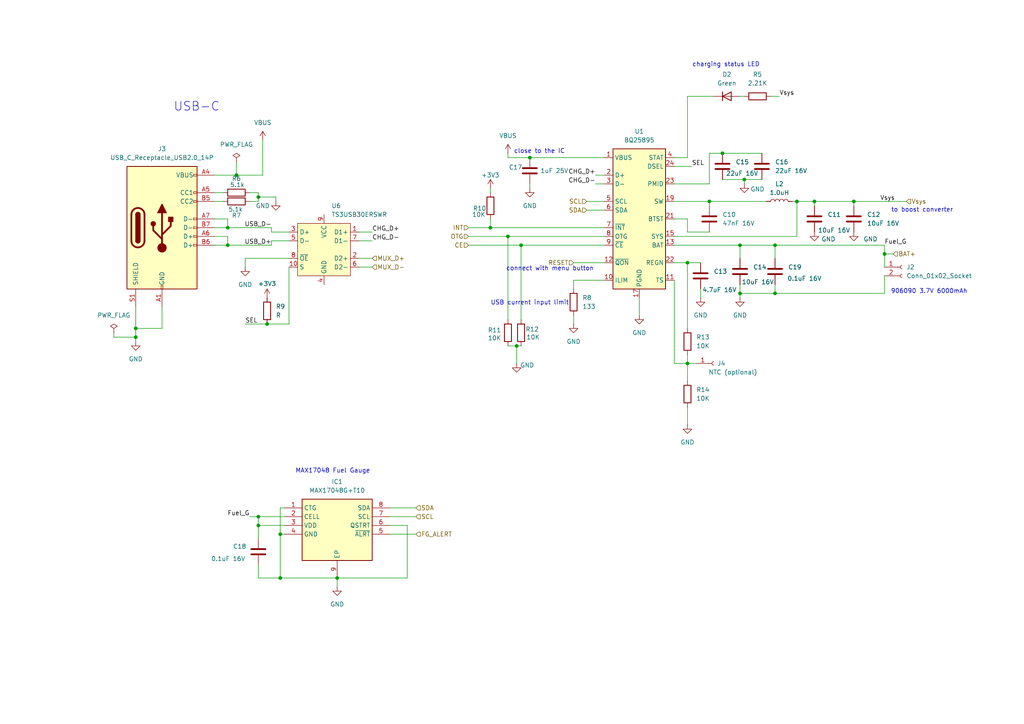
<source format=kicad_sch>
(kicad_sch (version 20250114) (generator "eeschema") (generator_version "9.0")
  (paper "A4")
  (lib_symbols
    (symbol "Battery_Management:BQ25895RTW"
      (property "Reference" "U" (at -6.604 21.844 0))
      (property "Value" "BQ25895RTW" (at 3.556 21.844 0))
      (symbol "BQ25895RTW_0_1"
        (rectangle (start -7.62 20.32) (end 7.62 -20.32) (stroke (width 0.254)) (fill (type background)))
      )
      (symbol "BQ25895RTW_1_1"
        (pin power_in line (at -10.16 17.78 0) (length 2.54) (name "VBUS") (number "1"))
        (pin bidirectional line (at -10.16 12.7 0) (length 2.54) (name "D+") (number "2"))
        (pin bidirectional line (at -10.16 10.16 0) (length 2.54) (name "D-") (number "3"))
        (pin input line (at -10.16 5.08 0) (length 2.54) (name "SCL") (number "5"))
        (pin bidirectional line (at -10.16 2.54 0) (length 2.54) (name "SDA") (number "6"))
        (pin open_collector line (at -10.16 -2.54 0) (length 2.54) (name "~{INT}") (number "7"))
        (pin input line (at -10.16 -5.08 0) (length 2.54) (name "OTG") (number "8"))
        (pin input line (at -10.16 -7.62 0) (length 2.54) (name "~{CE}") (number "9"))
        (pin input line (at -10.16 -12.7 0) (length 2.54) (name "~{QON}") (number "12"))
        (pin passive line (at -10.16 -17.78 0) (length 2.54) (name "ILIM") (number "10"))
        (pin power_in line (at 0 -22.86 90) (length 2.54) (name "PGND") (number "17"))
        (pin passive line (at 0 -22.86 90) (length 2.54) (hide yes) (name "PGND") (number "18"))
        (pin passive line (at 0 -22.86 90) (length 2.54) (hide yes) (name "PGND") (number "25"))
        (pin open_collector line (at 10.16 17.78 180) (length 2.54) (name "STAT") (number "4"))
        (pin open_collector line (at 10.16 15.24 180) (length 2.54) (name "DSEL") (number "24"))
        (pin power_out line (at 10.16 10.16 180) (length 2.54) (name "PMID") (number "23"))
        (pin power_out line (at 10.16 5.08 180) (length 2.54) (name "SW") (number "19"))
        (pin passive line (at 10.16 5.08 180) (length 2.54) (hide yes) (name "SW") (number "20"))
        (pin passive line (at 10.16 0 180) (length 2.54) (name "BTST") (number "21"))
        (pin passive line (at 10.16 -5.08 180) (length 2.54) (name "SYS") (number "15"))
        (pin passive line (at 10.16 -5.08 180) (length 2.54) (hide yes) (name "SYS") (number "16"))
        (pin passive line (at 10.16 -7.62 180) (length 2.54) (name "BAT") (number "13"))
        (pin passive line (at 10.16 -7.62 180) (length 2.54) (hide yes) (name "BAT") (number "14"))
        (pin power_out line (at 10.16 -12.7 180) (length 2.54) (name "REGN") (number "22"))
        (pin passive line (at 10.16 -17.78 180) (length 2.54) (name "TS") (number "11"))
      )
    )
    (symbol "Connector:Conn_01x01_Socket" (pin_names (offset 1.016) (hide yes))
      (property "Reference" "J" (at 0 2.54 0))
      (property "Value" "Conn_01x01_Socket" (at 0 -2.54 0))
      (symbol "Conn_01x01_Socket_1_1"
        (polyline (pts (xy -1.27 0) (xy -0.508 0)) (stroke (width 0.1524)))
        (arc (start 0 -0.508) (mid -0.5058 0) (end 0 0.508) (stroke (width 0.1524)))
        (pin passive line (at -5.08 0 0) (length 3.81) (name "Pin_1") (number "1"))
      )
    )
    (symbol "Connector:Conn_01x02_Socket" (pin_names (offset 1.016) (hide yes))
      (property "Reference" "J" (at 0 2.54 0))
      (property "Value" "Conn_01x02_Socket" (at 0 -5.08 0))
      (symbol "Conn_01x02_Socket_1_1"
        (polyline (pts (xy -1.27 0) (xy -0.508 0)) (stroke (width 0.1524)))
        (polyline (pts (xy -1.27 -2.54) (xy -0.508 -2.54)) (stroke (width 0.1524)))
        (arc (start 0 -0.508) (mid -0.5058 0) (end 0 0.508) (stroke (width 0.1524)))
        (arc (start 0 -3.048) (mid -0.5058 -2.54) (end 0 -2.032) (stroke (width 0.1524)))
        (pin passive line (at -5.08 0 0) (length 3.81) (name "Pin_1") (number "1"))
        (pin passive line (at -5.08 -2.54 0) (length 3.81) (name "Pin_2") (number "2"))
      )
    )
    (symbol "Connector:USB_C_Receptacle_USB2.0_14P" (pin_names (offset 1.016))
      (property "Reference" "J" (at 0 22.225 0))
      (property "Value" "USB_C_Receptacle_USB2.0_14P" (at 0 19.685 0))
      (symbol "USB_C_Receptacle_USB2.0_14P_0_0"
        (rectangle (start -0.254 -17.78) (end 0.254 -16.764))
        (rectangle (start 10.16 15.494) (end 9.144 14.986))
        (rectangle (start 10.16 10.414) (end 9.144 9.906))
        (rectangle (start 10.16 7.874) (end 9.144 7.366))
        (rectangle (start 10.16 2.794) (end 9.144 2.286))
        (rectangle (start 10.16 0.254) (end 9.144 -0.254))
        (rectangle (start 10.16 -2.286) (end 9.144 -2.794))
        (rectangle (start 10.16 -4.826) (end 9.144 -5.334))
      )
      (symbol "USB_C_Receptacle_USB2.0_14P_0_1"
        (rectangle (start -10.16 17.78) (end 10.16 -17.78) (stroke (width 0.254)) (fill (type background)))
        (polyline (pts (xy -8.89 -3.81) (xy -8.89 3.81)) (stroke (width 0.508)))
        (rectangle (start -7.62 -3.81) (end -6.35 3.81) (stroke (width 0.254)) (fill (type outline)))
        (arc (start -7.62 3.81) (mid -6.985 4.4423) (end -6.35 3.81) (stroke (width 0.254)))
        (arc (start -7.62 3.81) (mid -6.985 4.4423) (end -6.35 3.81) (stroke (width 0.254)) (fill (type outline)))
        (arc (start -8.89 3.81) (mid -6.985 5.7067) (end -5.08 3.81) (stroke (width 0.508)))
        (arc (start -5.08 -3.81) (mid -6.985 -5.7067) (end -8.89 -3.81) (stroke (width 0.508)))
        (arc (start -6.35 -3.81) (mid -6.985 -4.4423) (end -7.62 -3.81) (stroke (width 0.254)))
        (arc (start -6.35 -3.81) (mid -6.985 -4.4423) (end -7.62 -3.81) (stroke (width 0.254)) (fill (type outline)))
        (polyline (pts (xy -5.08 3.81) (xy -5.08 -3.81)) (stroke (width 0.508)))
        (circle (center -2.54 1.143) (radius 0.635) (stroke (width 0.254)) (fill (type outline)))
        (polyline (pts (xy -1.27 4.318) (xy 0 6.858) (xy 1.27 4.318) (xy -1.27 4.318)) (stroke (width 0.254)) (fill (type outline)))
        (polyline (pts (xy 0 -2.032) (xy 2.54 0.508) (xy 2.54 1.778)) (stroke (width 0.508)))
        (polyline (pts (xy 0 -3.302) (xy -2.54 -0.762) (xy -2.54 0.508)) (stroke (width 0.508)))
        (polyline (pts (xy 0 -5.842) (xy 0 4.318)) (stroke (width 0.508)))
        (circle (center 0 -5.842) (radius 1.27) (fill (type outline)))
        (rectangle (start 1.905 1.778) (end 3.175 3.048) (stroke (width 0.254)) (fill (type outline)))
      )
      (symbol "USB_C_Receptacle_USB2.0_14P_1_1"
        (pin passive line (at -7.62 -22.86 90) (length 5.08) (name "SHIELD") (number "S1"))
        (pin passive line (at 0 -22.86 90) (length 5.08) (name "GND") (number "A1"))
        (pin passive line (at 0 -22.86 90) (length 5.08) (hide yes) (name "GND") (number "A12"))
        (pin passive line (at 0 -22.86 90) (length 5.08) (hide yes) (name "GND") (number "B1"))
        (pin passive line (at 0 -22.86 90) (length 5.08) (hide yes) (name "GND") (number "B12"))
        (pin passive line (at 15.24 15.24 180) (length 5.08) (name "VBUS") (number "A4"))
        (pin passive line (at 15.24 15.24 180) (length 5.08) (hide yes) (name "VBUS") (number "A9"))
        (pin passive line (at 15.24 15.24 180) (length 5.08) (hide yes) (name "VBUS") (number "B4"))
        (pin passive line (at 15.24 15.24 180) (length 5.08) (hide yes) (name "VBUS") (number "B9"))
        (pin bidirectional line (at 15.24 10.16 180) (length 5.08) (name "CC1") (number "A5"))
        (pin bidirectional line (at 15.24 7.62 180) (length 5.08) (name "CC2") (number "B5"))
        (pin bidirectional line (at 15.24 2.54 180) (length 5.08) (name "D-") (number "A7"))
        (pin bidirectional line (at 15.24 0 180) (length 5.08) (name "D-") (number "B7"))
        (pin bidirectional line (at 15.24 -2.54 180) (length 5.08) (name "D+") (number "A6"))
        (pin bidirectional line (at 15.24 -5.08 180) (length 5.08) (name "D+") (number "B6"))
      )
    )
    (symbol "Device:C" (pin_numbers (hide yes)) (pin_names (offset 0.254))
      (property "Reference" "C" (at 0.635 2.54 0))
      (property "Value" "C" (at 0.635 -2.54 0))
      (symbol "C_0_1"
        (polyline (pts (xy -2.032 0.762) (xy 2.032 0.762)) (stroke (width 0.508)))
        (polyline (pts (xy -2.032 -0.762) (xy 2.032 -0.762)) (stroke (width 0.508)))
      )
      (symbol "C_1_1"
        (pin passive line (at 0 3.81 270) (length 2.794) (name "~") (number "1"))
        (pin passive line (at 0 -3.81 90) (length 2.794) (name "~") (number "2"))
      )
    )
    (symbol "Device:D" (pin_numbers (hide yes)) (pin_names (offset 1.016) (hide yes))
      (property "Reference" "D" (at 0 2.54 0))
      (property "Value" "D" (at 0 -2.54 0))
      (symbol "D_0_1"
        (polyline (pts (xy -1.27 1.27) (xy -1.27 -1.27)) (stroke (width 0.254)))
        (polyline (pts (xy 1.27 1.27) (xy 1.27 -1.27) (xy -1.27 0) (xy 1.27 1.27)) (stroke (width 0.254)))
        (polyline (pts (xy 1.27 0) (xy -1.27 0)))
      )
      (symbol "D_1_1"
        (pin passive line (at -3.81 0 0) (length 2.54) (name "K") (number "1"))
        (pin passive line (at 3.81 0 180) (length 2.54) (name "A") (number "2"))
      )
    )
    (symbol "Device:L" (pin_numbers (hide yes)) (pin_names (offset 1.016) (hide yes))
      (property "Reference" "L" (at -1.27 0 90))
      (property "Value" "L" (at 1.905 0 90))
      (symbol "L_0_1"
        (arc (start 0 2.54) (mid 0.6323 1.905) (end 0 1.27))
        (arc (start 0 1.27) (mid 0.6323 0.635) (end 0 0))
        (arc (start 0 0) (mid 0.6323 -0.635) (end 0 -1.27))
        (arc (start 0 -1.27) (mid 0.6323 -1.905) (end 0 -2.54))
      )
      (symbol "L_1_1"
        (pin passive line (at 0 3.81 270) (length 1.27) (name "1") (number "1"))
        (pin passive line (at 0 -3.81 90) (length 1.27) (name "2") (number "2"))
      )
    )
    (symbol "Device:R" (pin_numbers (hide yes)) (pin_names (offset 0))
      (property "Reference" "R" (at 2.032 0 90))
      (property "Value" "R" (at 0 0 90))
      (symbol "R_0_1"
        (rectangle (start -1.016 -2.54) (end 1.016 2.54) (stroke (width 0.254)))
      )
      (symbol "R_1_1"
        (pin passive line (at 0 3.81 270) (length 1.27) (name "~") (number "1"))
        (pin passive line (at 0 -3.81 90) (length 1.27) (name "~") (number "2"))
      )
    )
    (symbol "Interface_USB:TS3USB30ERSWR"
      (property "Reference" "U" (at -6.35 8.89 0))
      (property "Value" "TS3USB30ERSWR" (at 8.89 8.89 0))
      (symbol "TS3USB30ERSWR_1_1"
        (rectangle (start -7.62 7.62) (end 7.62 -7.62) (fill (type background)))
        (pin bidirectional line (at -10.16 5.08 0) (length 2.54) (name "D+") (number "3"))
        (pin bidirectional line (at -10.16 2.54 0) (length 2.54) (name "D-") (number "5"))
        (pin input line (at -10.16 -2.54 0) (length 2.54) (name "~{OE}") (number "8"))
        (pin input line (at -10.16 -5.08 0) (length 2.54) (name "S") (number "10"))
        (pin power_in line (at 0 10.16 270) (length 2.54) (name "VCC") (number "9"))
        (pin power_in line (at 0 -10.16 90) (length 2.54) (name "GND") (number "4"))
        (pin bidirectional line (at 10.16 5.08 180) (length 2.54) (name "D1+") (number "1"))
        (pin bidirectional line (at 10.16 2.54 180) (length 2.54) (name "D1-") (number "7"))
        (pin bidirectional line (at 10.16 -2.54 180) (length 2.54) (name "D2+") (number "2"))
        (pin bidirectional line (at 10.16 -5.08 180) (length 2.54) (name "D2-") (number "6"))
      )
    )
    (symbol "MAX17048G+T10:MAX17048G+T10"
      (property "Reference" "IC" (at 26.67 7.62 0))
      (property "Value" "MAX17048G+T10" (at 26.67 5.08 0))
      (symbol "MAX17048G+T10_1_1"
        (rectangle (start 5.08 2.54) (end 25.4 -15.24) (stroke (width 0.254)) (fill (type background)))
        (pin passive line (at 0 0 0) (length 5.08) (name "CTG") (number "1"))
        (pin passive line (at 0 -2.54 0) (length 5.08) (name "CELL") (number "2"))
        (pin passive line (at 0 -5.08 0) (length 5.08) (name "VDD") (number "3"))
        (pin passive line (at 0 -7.62 0) (length 5.08) (name "GND") (number "4"))
        (pin passive line (at 15.24 -20.32 90) (length 5.08) (name "EP") (number "9"))
        (pin passive line (at 30.48 0 180) (length 5.08) (name "SDA") (number "8"))
        (pin passive line (at 30.48 -2.54 180) (length 5.08) (name "SCL") (number "7"))
        (pin passive line (at 30.48 -5.08 180) (length 5.08) (name "QSTRT") (number "6"))
        (pin passive line (at 30.48 -7.62 180) (length 5.08) (name "~{ALRT}") (number "5"))
      )
    )
    (symbol "MCU_RaspberryPi_RP2350:R" (pin_numbers (hide yes)) (pin_names (offset 0))
      (property "Reference" "R" (at 2.032 0 90))
      (property "Value" "R" (at 0 0 90))
      (symbol "R_0_1"
        (rectangle (start -1.016 -2.54) (end 1.016 2.54) (stroke (width 0.254)))
      )
      (symbol "R_1_1"
        (pin passive line (at 0 3.81 270) (length 1.27) (name "~") (number "1"))
        (pin passive line (at 0 -3.81 90) (length 1.27) (name "~") (number "2"))
      )
    )
    (symbol "power:+3V3" (power) (pin_numbers (hide yes)) (pin_names (offset 0) (hide yes))
      (property "Value" "+3V3" (at 0 3.556 0))
      (symbol "+3V3_0_1"
        (polyline (pts (xy -0.762 1.27) (xy 0 2.54)))
        (polyline (pts (xy 0 2.54) (xy 0.762 1.27)))
        (polyline (pts (xy 0 0) (xy 0 2.54)))
      )
      (symbol "+3V3_1_1"
        (pin power_in line (at 0 0 90) (length 0) (name "~") (number "1"))
      )
    )
    (symbol "power:GND" (power) (pin_numbers (hide yes)) (pin_names (offset 0) (hide yes))
      (property "Value" "GND" (at 0 -3.81 0))
      (symbol "GND_0_1"
        (polyline (pts (xy 0 0) (xy 0 -1.27) (xy 1.27 -1.27) (xy 0 -2.54) (xy -1.27 -1.27) (xy 0 -1.27)))
      )
      (symbol "GND_1_1"
        (pin power_in line (at 0 0 270) (length 0) (name "~") (number "1"))
      )
    )
    (symbol "power:PWR_FLAG" (power) (pin_numbers (hide yes)) (pin_names (offset 0) (hide yes))
      (property "Value" "PWR_FLAG" (at 0 3.81 0))
      (symbol "PWR_FLAG_0_0"
        (pin power_out line (at 0 0 90) (length 0) (name "~") (number "1"))
      )
      (symbol "PWR_FLAG_0_1"
        (polyline (pts (xy 0 0) (xy 0 1.27) (xy -1.016 1.905) (xy 0 2.54) (xy 1.016 1.905) (xy 0 1.27)))
      )
    )
    (symbol "power:VBUS" (power) (pin_names (offset 0))
      (property "Value" "VBUS" (at 0 3.81 0))
      (symbol "VBUS_0_1"
        (polyline (pts (xy -0.762 1.27) (xy 0 2.54)))
        (polyline (pts (xy 0 2.54) (xy 0.762 1.27)))
        (polyline (pts (xy 0 0) (xy 0 2.54)))
      )
      (symbol "VBUS_1_1"
        (pin power_in line (at 0 0 90) (length 0) (hide yes) (name "VBUS") (number "1"))
      )
    )
  )
  (text "charging status LED" (at 210.566 18.796 0) (effects (font (size 1.27 1.27))))
  (text "connect with menu button" (at 159.512 77.978 0) (effects (font (size 1.27 1.27))))
  (text "close to the IC" (at 156.464 43.942 0) (effects (font (size 1.27 1.27))))
  (text "USB current input limit" (at 153.67 87.884 0) (effects (font (size 1.27 1.27))))
  (text "MAX17048 Fuel Gauge" (at 96.52 136.652 0) (effects (font (size 1.27 1.27))))
  (text "906090 3.7V 6000mAh" (at 269.494 84.582 0) (effects (font (size 1.27 1.27))))
  (text "to boost converter" (at 267.462 60.96 0) (effects (font (size 1.27 1.27))))
  (text "USB-C" (at 50.292 32.512 0) (effects (font (size 2.54 2.54)) (justify left bottom)))
  (junction (at 81.28 167.64))
  (junction (at 74.93 57.15))
  (junction (at 236.22 58.42))
  (junction (at 214.63 71.12))
  (junction (at 39.37 97.79))
  (junction (at 74.93 149.86))
  (junction (at 81.28 154.94))
  (junction (at 66.04 66.04))
  (junction (at 147.32 68.58))
  (junction (at 214.63 85.09))
  (junction (at 153.67 45.72))
  (junction (at 97.79 167.64))
  (junction (at 199.39 105.41))
  (junction (at 209.55 44.45))
  (junction (at 39.37 95.25))
  (junction (at 149.86 100.33))
  (junction (at 68.58 50.8))
  (junction (at 256.54 73.66))
  (junction (at 224.79 85.09))
  (junction (at 224.79 71.12))
  (junction (at 74.93 152.4))
  (junction (at 247.65 58.42))
  (junction (at 66.04 71.12))
  (junction (at 205.74 58.42))
  (junction (at 231.14 58.42))
  (junction (at 199.39 76.2))
  (junction (at 77.47 93.98))
  (junction (at 142.24 66.04))
  (junction (at 151.13 71.12))
  (junction (at 215.9 52.07))
  (wire (pts (xy 81.28 167.64) (xy 97.79 167.64)))
  (wire (pts (xy 66.04 71.12) (xy 66.04 68.58)))
  (wire (pts (xy 135.89 71.12) (xy 151.13 71.12)))
  (wire (pts (xy 74.93 58.42) (xy 72.39 58.42)))
  (wire (pts (xy 74.93 57.15) (xy 74.93 58.42)))
  (wire (pts (xy 195.58 68.58) (xy 231.14 68.58)))
  (wire (pts (xy 113.03 149.86) (xy 120.65 149.86)))
  (wire (pts (xy 118.11 152.4) (xy 118.11 167.64)))
  (wire (pts (xy 205.74 53.34) (xy 205.74 44.45)))
  (wire (pts (xy 39.37 95.25) (xy 46.99 95.25)))
  (wire (pts (xy 214.63 27.94) (xy 215.9 27.94)))
  (wire (pts (xy 147.32 68.58) (xy 175.26 68.58)))
  (wire (pts (xy 170.18 58.42) (xy 175.26 58.42)))
  (wire (pts (xy 214.63 85.09) (xy 224.79 85.09)))
  (wire (pts (xy 149.86 100.33) (xy 149.86 105.41)))
  (wire (pts (xy 142.24 63.5) (xy 142.24 66.04)))
  (wire (pts (xy 46.99 95.25) (xy 46.99 88.9)))
  (wire (pts (xy 195.58 45.72) (xy 199.39 45.72)))
  (wire (pts (xy 166.37 91.44) (xy 166.37 93.98)))
  (wire (pts (xy 33.02 96.52) (xy 33.02 97.79)))
  (wire (pts (xy 166.37 81.28) (xy 175.26 81.28)))
  (wire (pts (xy 214.63 82.55) (xy 214.63 85.09)))
  (wire (pts (xy 205.74 44.45) (xy 209.55 44.45)))
  (wire (pts (xy 151.13 92.71) (xy 151.13 71.12)))
  (wire (pts (xy 199.39 105.41) (xy 199.39 110.49)))
  (wire (pts (xy 199.39 45.72) (xy 199.39 27.94)))
  (wire (pts (xy 147.32 44.45) (xy 147.32 45.72)))
  (wire (pts (xy 142.24 54.61) (xy 142.24 55.88)))
  (wire (pts (xy 81.28 147.32) (xy 81.28 154.94)))
  (wire (pts (xy 39.37 97.79) (xy 39.37 99.06)))
  (wire (pts (xy 209.55 44.45) (xy 220.98 44.45)))
  (wire (pts (xy 39.37 88.9) (xy 39.37 95.25)))
  (wire (pts (xy 62.23 55.88) (xy 64.77 55.88)))
  (wire (pts (xy 199.39 27.94) (xy 207.01 27.94)))
  (wire (pts (xy 78.74 69.85) (xy 78.74 71.12)))
  (wire (pts (xy 172.72 50.8) (xy 175.26 50.8)))
  (wire (pts (xy 153.67 53.34) (xy 153.67 54.61)))
  (wire (pts (xy 231.14 58.42) (xy 236.22 58.42)))
  (wire (pts (xy 199.39 63.5) (xy 199.39 67.31)))
  (wire (pts (xy 195.58 105.41) (xy 199.39 105.41)))
  (wire (pts (xy 224.79 71.12) (xy 224.79 74.93)))
  (wire (pts (xy 224.79 71.12) (xy 214.63 71.12)))
  (wire (pts (xy 142.24 66.04) (xy 175.26 66.04)))
  (wire (pts (xy 256.54 80.01) (xy 256.54 85.09)))
  (wire (pts (xy 199.39 118.11) (xy 199.39 123.19)))
  (wire (pts (xy 77.47 93.98) (xy 83.82 93.98)))
  (wire (pts (xy 81.28 167.64) (xy 81.28 154.94)))
  (wire (pts (xy 247.65 58.42) (xy 262.89 58.42)))
  (wire (pts (xy 214.63 85.09) (xy 214.63 86.36)))
  (wire (pts (xy 66.04 66.04) (xy 66.04 63.5)))
  (wire (pts (xy 256.54 71.12) (xy 224.79 71.12)))
  (wire (pts (xy 195.58 53.34) (xy 205.74 53.34)))
  (wire (pts (xy 231.14 68.58) (xy 231.14 58.42)))
  (wire (pts (xy 33.02 97.79) (xy 39.37 97.79)))
  (wire (pts (xy 83.82 69.85) (xy 78.74 69.85)))
  (wire (pts (xy 199.39 76.2) (xy 199.39 95.25)))
  (wire (pts (xy 76.2 40.64) (xy 76.2 50.8)))
  (wire (pts (xy 113.03 154.94) (xy 120.65 154.94)))
  (wire (pts (xy 82.55 147.32) (xy 81.28 147.32)))
  (wire (pts (xy 209.55 52.07) (xy 215.9 52.07)))
  (wire (pts (xy 195.58 58.42) (xy 205.74 58.42)))
  (wire (pts (xy 66.04 66.04) (xy 78.74 66.04)))
  (wire (pts (xy 62.23 71.12) (xy 66.04 71.12)))
  (wire (pts (xy 147.32 100.33) (xy 149.86 100.33)))
  (wire (pts (xy 81.28 154.94) (xy 82.55 154.94)))
  (wire (pts (xy 195.58 63.5) (xy 199.39 63.5)))
  (wire (pts (xy 71.12 93.98) (xy 77.47 93.98)))
  (wire (pts (xy 78.74 66.04) (xy 78.74 67.31)))
  (wire (pts (xy 149.86 100.33) (xy 151.13 100.33)))
  (wire (pts (xy 172.72 53.34) (xy 175.26 53.34)))
  (wire (pts (xy 104.14 77.47) (xy 107.95 77.47)))
  (wire (pts (xy 205.74 58.42) (xy 205.74 59.69)))
  (wire (pts (xy 224.79 85.09) (xy 256.54 85.09)))
  (wire (pts (xy 68.58 50.8) (xy 76.2 50.8)))
  (wire (pts (xy 74.93 152.4) (xy 74.93 156.21)))
  (wire (pts (xy 80.01 57.15) (xy 80.01 58.42)))
  (wire (pts (xy 74.93 163.83) (xy 74.93 167.64)))
  (wire (pts (xy 72.39 149.86) (xy 74.93 149.86)))
  (wire (pts (xy 199.39 105.41) (xy 199.39 102.87)))
  (wire (pts (xy 256.54 73.66) (xy 256.54 71.12)))
  (wire (pts (xy 71.12 77.47) (xy 71.12 74.93)))
  (wire (pts (xy 68.58 46.99) (xy 68.58 50.8)))
  (wire (pts (xy 71.12 74.93) (xy 83.82 74.93)))
  (wire (pts (xy 135.89 68.58) (xy 147.32 68.58)))
  (wire (pts (xy 104.14 74.93) (xy 107.95 74.93)))
  (wire (pts (xy 151.13 71.12) (xy 175.26 71.12)))
  (wire (pts (xy 170.18 60.96) (xy 175.26 60.96)))
  (wire (pts (xy 62.23 68.58) (xy 66.04 68.58)))
  (wire (pts (xy 166.37 83.82) (xy 166.37 81.28)))
  (wire (pts (xy 256.54 73.66) (xy 259.08 73.66)))
  (wire (pts (xy 199.39 105.41) (xy 201.93 105.41)))
  (wire (pts (xy 214.63 71.12) (xy 214.63 74.93)))
  (wire (pts (xy 83.82 93.98) (xy 83.82 77.47)))
  (wire (pts (xy 247.65 58.42) (xy 247.65 59.69)))
  (wire (pts (xy 113.03 152.4) (xy 118.11 152.4)))
  (wire (pts (xy 82.55 152.4) (xy 74.93 152.4)))
  (wire (pts (xy 78.74 67.31) (xy 83.82 67.31)))
  (wire (pts (xy 97.79 170.18) (xy 97.79 167.64)))
  (wire (pts (xy 113.03 147.32) (xy 120.65 147.32)))
  (wire (pts (xy 104.14 69.85) (xy 107.95 69.85)))
  (wire (pts (xy 215.9 52.07) (xy 220.98 52.07)))
  (wire (pts (xy 74.93 152.4) (xy 74.93 149.86)))
  (wire (pts (xy 135.89 66.04) (xy 142.24 66.04)))
  (wire (pts (xy 153.67 45.72) (xy 175.26 45.72)))
  (wire (pts (xy 195.58 76.2) (xy 199.39 76.2)))
  (wire (pts (xy 62.23 66.04) (xy 66.04 66.04)))
  (wire (pts (xy 199.39 67.31) (xy 205.74 67.31)))
  (wire (pts (xy 195.58 48.26) (xy 200.66 48.26)))
  (wire (pts (xy 118.11 167.64) (xy 97.79 167.64)))
  (wire (pts (xy 74.93 167.64) (xy 81.28 167.64)))
  (wire (pts (xy 236.22 58.42) (xy 236.22 59.69)))
  (wire (pts (xy 62.23 50.8) (xy 68.58 50.8)))
  (wire (pts (xy 195.58 71.12) (xy 214.63 71.12)))
  (wire (pts (xy 72.39 55.88) (xy 74.93 55.88)))
  (wire (pts (xy 74.93 149.86) (xy 82.55 149.86)))
  (wire (pts (xy 147.32 92.71) (xy 147.32 68.58)))
  (wire (pts (xy 236.22 58.42) (xy 247.65 58.42)))
  (wire (pts (xy 199.39 76.2) (xy 203.2 76.2)))
  (wire (pts (xy 223.52 27.94) (xy 226.06 27.94)))
  (wire (pts (xy 39.37 95.25) (xy 39.37 97.79)))
  (wire (pts (xy 104.14 67.31) (xy 107.95 67.31)))
  (wire (pts (xy 195.58 81.28) (xy 195.58 105.41)))
  (wire (pts (xy 256.54 77.47) (xy 256.54 73.66)))
  (wire (pts (xy 74.93 57.15) (xy 80.01 57.15)))
  (wire (pts (xy 62.23 63.5) (xy 66.04 63.5)))
  (wire (pts (xy 205.74 58.42) (xy 222.25 58.42)))
  (wire (pts (xy 166.37 76.2) (xy 175.26 76.2)))
  (wire (pts (xy 147.32 45.72) (xy 153.67 45.72)))
  (wire (pts (xy 66.04 71.12) (xy 78.74 71.12)))
  (wire (pts (xy 74.93 55.88) (xy 74.93 57.15)))
  (wire (pts (xy 62.23 58.42) (xy 64.77 58.42)))
  (wire (pts (xy 224.79 82.55) (xy 224.79 85.09)))
  (wire (pts (xy 185.42 86.36) (xy 185.42 91.44)))
  (wire (pts (xy 215.9 52.07) (xy 215.9 53.34)))
  (wire (pts (xy 203.2 83.82) (xy 203.2 86.36)))
  (wire (pts (xy 229.87 58.42) (xy 231.14 58.42)))
  (label "USB_D-" (at 78.74 66.04 180))
  (label "Fuel_G" (at 256.54 71.12 0))
  (label "SEL" (at 200.66 48.26 0))
  (label "Fuel_G" (at 72.39 149.86 180))
  (label "CHG_D+" (at 172.72 50.8 180))
  (label "SEL" (at 71.12 93.98 0))
  (label "Vsys" (at 255.27 58.42 0))
  (label "CHG_D+" (at 107.95 67.31 0))
  (label "USB_D+" (at 78.74 71.12 180))
  (label "Vsys" (at 226.06 27.94 0))
  (label "CHG_D-" (at 107.95 69.85 0))
  (label "CHG_D-" (at 172.72 53.34 180))
  (hierarchical_label "RESET" (shape input) (at 166.37 76.2 180))
  (hierarchical_label "BAT+" (shape input) (at 259.08 73.66 0))
  (hierarchical_label "OTG" (shape input) (at 135.89 68.58 180))
  (hierarchical_label "SCL" (shape input) (at 170.18 58.42 180))
  (hierarchical_label "SDA" (shape input) (at 170.18 60.96 180))
  (hierarchical_label "Vsys" (shape input) (at 262.89 58.42 0))
  (hierarchical_label "FG_ALERT" (shape input) (at 120.65 154.94 0))
  (hierarchical_label "CE" (shape input) (at 135.89 71.12 180))
  (hierarchical_label "SDA" (shape input) (at 120.65 147.32 0))
  (hierarchical_label "MUX_D-" (shape input) (at 107.95 77.47 0))
  (hierarchical_label "MUX_D+" (shape input) (at 107.95 74.93 0))
  (hierarchical_label "INT" (shape input) (at 135.89 66.04 180))
  (hierarchical_label "SCL" (shape input) (at 120.65 149.86 0))
  (symbol (lib_id "power:GND") (at 39.37 99.06 0) (unit 1)
    (property "Reference" "#PWR013" (effects (hide yes)))
    (property "Value" "GND" (at 39.37 104.14 0))
    (property "Description" "Power symbol creates a global label with name \"GND\" , ground" (effects (hide yes)))
  )
  (symbol (lib_id "Device:C") (at 74.93 160.02 0) (unit 1)
    (property "Reference" "C18" (at 67.564 158.496 0) (effects (justify left)))
    (property "Value" "0.1uF 16V" (at 61.214 162.052 0) (effects (justify left)))
    (property "Footprint" "Capacitor_SMD:C_0603_1608Metric_Pad1.08x0.95mm_HandSolder" (effects (hide yes)))
    (property "Description" "Unpolarized capacitor" (effects (hide yes)))
  )
  (symbol (lib_id "Device:R") (at 219.71 27.94 90) (unit 1)
    (property "Reference" "R5" (at 219.71 21.59 90))
    (property "Value" "2.21K" (at 219.71 24.13 90))
    (property "Footprint" "Resistor_SMD:R_0603_1608Metric_Pad0.98x0.95mm_HandSolder" (effects (hide yes)))
    (property "Description" "Resistor" (effects (hide yes)))
  )
  (symbol (lib_id "power:GND") (at 185.42 91.44 0) (unit 1)
    (property "Reference" "#PWR019" (effects (hide yes)))
    (property "Value" "GND" (at 185.42 96.52 0))
    (property "Description" "Power symbol creates a global label with name \"GND\" , ground" (effects (hide yes)))
  )
  (symbol (lib_id "Device:R") (at 151.13 96.52 0) (unit 1)
    (property "Reference" "R12" (at 152.4 95.504 0) (effects (justify left)))
    (property "Value" "10K" (at 152.654 97.79 0) (effects (justify left)))
    (property "Footprint" "Resistor_SMD:R_0603_1608Metric_Pad0.98x0.95mm_HandSolder" (effects (hide yes)))
    (property "Description" "Resistor" (effects (hide yes)))
  )
  (symbol (lib_id "power:GND") (at 80.01 58.42 0) (unit 1)
    (property "Reference" "#PWR015" (effects (hide yes)))
    (property "Value" "GND" (at 76.2 59.69 0))
  )
  (symbol (lib_id "MCU_RaspberryPi_RP2350:R") (at 68.58 55.88 90) (unit 1)
    (property "Reference" "R6" (at 68.58 51.816 90))
    (property "Value" "5.1k" (at 68.834 53.594 90))
    (property "Footprint" "Resistor_SMD:R_0603_1608Metric_Pad0.98x0.95mm_HandSolder" (effects (hide yes)))
    (property "Description" "Resistor" (effects (hide yes)))
    (property "MPN" "CR0603-FX-5101ELF " (effects (hide yes)))
    (property "mouser" "652-CR0603FX-5101ELF " (effects (hide yes)))
  )
  (symbol (lib_id "Device:C") (at 224.79 78.74 0) (unit 1)
    (property "Reference" "C19" (at 228.6 77.4699 0) (effects (justify left)))
    (property "Value" "0.1uF 16V" (at 228.346 80.772 0) (effects (justify left)))
    (property "Footprint" "Capacitor_SMD:C_0603_1608Metric_Pad1.08x0.95mm_HandSolder" (effects (hide yes)))
    (property "Description" "Unpolarized capacitor" (effects (hide yes)))
  )
  (symbol (lib_id "Device:C") (at 203.2 80.01 0) (unit 1)
    (property "Reference" "C13" (at 207.01 78.7399 0) (effects (justify left)))
    (property "Value" "4.7uF 16V" (at 203.708 84.074 0) (effects (justify left)))
    (property "Footprint" "Capacitor_SMD:C_0603_1608Metric_Pad1.08x0.95mm_HandSolder" (effects (hide yes)))
    (property "Description" "Unpolarized capacitor" (effects (hide yes)))
  )
  (symbol (lib_id "power:GND") (at 203.2 86.36 0) (unit 1)
    (property "Reference" "#PWR010" (effects (hide yes)))
    (property "Value" "GND" (at 203.2 91.44 0))
    (property "Description" "Power symbol creates a global label with name \"GND\" , ground" (effects (hide yes)))
  )
  (symbol (lib_id "power:GND") (at 153.67 54.61 0) (unit 1)
    (property "Reference" "#PWR017" (effects (hide yes)))
    (property "Value" "GND" (at 153.67 59.69 0))
    (property "Description" "Power symbol creates a global label with name \"GND\" , ground" (effects (hide yes)))
  )
  (symbol (lib_id "MCU_RaspberryPi_RP2350:R") (at 68.58 58.42 270) (unit 1)
    (property "Reference" "R7" (at 68.58 62.484 90))
    (property "Value" "5.1k" (at 68.326 60.706 90))
    (property "Footprint" "Resistor_SMD:R_0603_1608Metric_Pad0.98x0.95mm_HandSolder" (effects (hide yes)))
    (property "Description" "Resistor" (effects (hide yes)))
    (property "MPN" "CR0603-FX-5101ELF " (effects (hide yes)))
    (property "mouser" "652-CR0603FX-5101ELF " (effects (hide yes)))
  )
  (symbol (lib_id "power:PWR_FLAG") (at 68.58 46.99 0) (unit 1)
    (property "Reference" "#FLG02" (effects (hide yes)))
    (property "Value" "PWR_FLAG" (at 68.58 41.91 0))
    (property "Description" "Special symbol for telling ERC where power comes from" (effects (hide yes)))
  )
  (symbol (lib_id "Device:C") (at 153.67 49.53 0) (unit 1)
    (property "Reference" "C17" (at 147.574 48.514 0) (effects (justify left)))
    (property "Value" "1uF 25V" (at 156.718 49.53 0) (effects (justify left)))
    (property "Footprint" "Capacitor_SMD:C_0603_1608Metric_Pad1.08x0.95mm_HandSolder" (effects (hide yes)))
    (property "Description" "Unpolarized capacitor" (effects (hide yes)))
  )
  (symbol (lib_id "power:GND") (at 247.65 67.31 0) (unit 1)
    (property "Reference" "#PWR09" (effects (hide yes)))
    (property "Value" "GND" (at 252.476 69.342 0))
    (property "Description" "Power symbol creates a global label with name \"GND\" , ground" (effects (hide yes)))
  )
  (symbol (lib_id "Battery_Management:BQ25895RTW") (at 185.42 63.5 0) (unit 1)
    (property "Reference" "U1" (at 185.42 38.1 0))
    (property "Value" "BQ25895" (at 185.42 40.64 0))
    (property "Footprint" "Package_DFN_QFN:Texas_RTW_WQFN-24-1EP_4x4mm_P0.5mm_EP2.7x2.7mm_ThermalVias" (effects (hide yes)))
    (property "Datasheet" "http://www.ti.com/lit/ds/symlink/bq25895.pdf" (effects (hide yes)))
    (property "Description" "I2C Controlled Single Cell (Li-Ion / Li-Polymer) 5A Fast Charger with MaxCharge, USB BC1.2 Detection, 3.9..14V VBUS, 3.840..4.608V charge voltage range, 1.5 MHz (buck mode) and 500 kHz /1.5 MHz (boost mode), WQFN-24" (effects (hide yes)))
    (property "mouser" "595-BQ25895RTWR " (effects (hide yes)))
  )
  (symbol (lib_id "power:GND") (at 166.37 93.98 0) (unit 1)
    (property "Reference" "#PWR020" (effects (hide yes)))
    (property "Value" "GND" (at 166.37 99.06 0))
    (property "Description" "Power symbol creates a global label with name \"GND\" , ground" (effects (hide yes)))
  )
  (symbol (lib_id "power:GND") (at 97.79 170.18 0) (unit 1)
    (property "Reference" "#PWR025" (effects (hide yes)))
    (property "Value" "GND" (at 97.79 175.26 0))
    (property "Description" "Power symbol creates a global label with name \"GND\" , ground" (effects (hide yes)))
  )
  (symbol (lib_id "power:VBUS") (at 76.2 40.64 0) (unit 1)
    (property "Reference" "#PWR014" (effects (hide yes)))
    (property "Value" "VBUS" (at 76.2 35.56 0))
    (property "Description" "Power symbol creates a global label with name \"VBUS\"" (effects (hide yes)))
  )
  (symbol (lib_id "Device:C") (at 247.65 63.5 0) (unit 1)
    (property "Reference" "C12" (at 251.46 62.2299 0) (effects (justify left)))
    (property "Value" "10uF 16V" (at 251.46 64.7699 0) (effects (justify left)))
    (property "Footprint" "Capacitor_SMD:C_0603_1608Metric_Pad1.08x0.95mm_HandSolder" (effects (hide yes)))
    (property "Description" "Unpolarized capacitor" (effects (hide yes)))
  )
  (symbol (lib_id "Device:R") (at 142.24 59.69 0) (unit 1)
    (property "Reference" "R10" (at 137.16 60.452 0) (effects (justify left)))
    (property "Value" "10K" (at 136.906 62.23 0) (effects (justify left)))
    (property "Footprint" "Resistor_SMD:R_0603_1608Metric_Pad0.98x0.95mm_HandSolder" (effects (hide yes)))
    (property "Description" "Resistor" (effects (hide yes)))
  )
  (symbol (lib_id "Device:C") (at 236.22 63.5 0) (unit 1)
    (property "Reference" "C11" (at 240.03 62.2299 0) (effects (justify left)))
    (property "Value" "10uF 16V" (at 237.236 66.802 0) (effects (justify left)))
    (property "Footprint" "Capacitor_SMD:C_0603_1608Metric_Pad1.08x0.95mm_HandSolder" (effects (hide yes)))
    (property "Description" "Unpolarized capacitor" (effects (hide yes)))
  )
  (symbol (lib_id "Device:R") (at 166.37 87.63 0) (unit 1)
    (property "Reference" "R8" (at 168.91 86.3599 0) (effects (justify left)))
    (property "Value" "133" (at 168.91 88.8999 0) (effects (justify left)))
    (property "Footprint" "Resistor_SMD:R_0603_1608Metric_Pad0.98x0.95mm_HandSolder" (effects (hide yes)))
    (property "Description" "Resistor" (effects (hide yes)))
  )
  (symbol (lib_id "Device:C") (at 209.55 48.26 0) (unit 1)
    (property "Reference" "C15" (at 213.36 46.9899 0) (effects (justify left)))
    (property "Value" "22uF 16V" (at 210.566 50.292 0) (effects (justify left)))
    (property "Footprint" "Capacitor_SMD:C_0603_1608Metric_Pad1.08x0.95mm_HandSolder" (effects (hide yes)))
    (property "Description" "Unpolarized capacitor" (effects (hide yes)))
  )
  (symbol (lib_id "Device:R") (at 147.32 96.52 0) (unit 1)
    (property "Reference" "R11" (at 141.478 95.758 0) (effects (justify left)))
    (property "Value" "10K" (at 141.478 98.044 0) (effects (justify left)))
    (property "Footprint" "Resistor_SMD:R_0603_1608Metric_Pad0.98x0.95mm_HandSolder" (effects (hide yes)))
    (property "Description" "Resistor" (effects (hide yes)))
  )
  (symbol (lib_id "power:VBUS") (at 147.32 44.45 0) (unit 1)
    (property "Reference" "#PWR018" (effects (hide yes)))
    (property "Value" "VBUS" (at 147.32 39.37 0))
    (property "Description" "Power symbol creates a global label with name \"VBUS\"" (effects (hide yes)))
  )
  (symbol (lib_id "power:GND") (at 215.9 53.34 0) (unit 1)
    (property "Reference" "#PWR012" (effects (hide yes)))
    (property "Value" "GND" (at 219.71 54.864 0))
    (property "Description" "Power symbol creates a global label with name \"GND\" , ground" (effects (hide yes)))
  )
  (symbol (lib_id "Device:C") (at 214.63 78.74 0) (unit 1)
    (property "Reference" "C14" (at 218.44 77.4699 0) (effects (justify left)))
    (property "Value" "10uF 16V" (at 215.138 81.788 0) (effects (justify left)))
    (property "Footprint" "Capacitor_SMD:C_0603_1608Metric_Pad1.08x0.95mm_HandSolder" (effects (hide yes)))
    (property "Description" "Unpolarized capacitor" (effects (hide yes)))
  )
  (symbol (lib_id "Device:D") (at 210.82 27.94 0) (unit 1)
    (property "Reference" "D2" (at 210.82 21.59 0))
    (property "Value" "Green" (at 210.82 24.13 0))
    (property "Footprint" "Diode_SMD:D_0603_1608Metric_Pad1.05x0.95mm_HandSolder" (effects (hide yes)))
    (property "Description" "Diode" (effects (hide yes)))
    (property "Sim.Device" "D" (effects (hide yes)))
    (property "Sim.Pins" "1=K 2=A" (effects (hide yes)))
  )
  (symbol (lib_id "power:GND") (at 149.86 105.41 0) (unit 1)
    (property "Reference" "#PWR024" (effects (hide yes)))
    (property "Value" "GND" (at 152.908 105.918 0))
    (property "Description" "Power symbol creates a global label with name \"GND\" , ground" (effects (hide yes)))
  )
  (symbol (lib_id "Device:C") (at 205.74 63.5 0) (unit 1)
    (property "Reference" "C10" (at 209.55 62.2299 0) (effects (justify left)))
    (property "Value" "47nF 16V" (at 209.55 64.7699 0) (effects (justify left)))
    (property "Footprint" "Capacitor_SMD:C_0603_1608Metric_Pad1.08x0.95mm_HandSolder" (effects (hide yes)))
    (property "Description" "Unpolarized capacitor" (effects (hide yes)))
  )
  (symbol (lib_id "Connector:Conn_01x01_Socket") (at 207.01 105.41 0) (unit 1)
    (property "Reference" "J4" (at 208.026 105.41 0) (effects (justify left)))
    (property "Value" "NTC (optional)" (at 205.486 107.95 0) (effects (justify left)))
    (property "Footprint" "Connector_Wire:SolderWire-0.1sqmm_1x01_D0.4mm_OD1mm" (effects (hide yes)))
    (property "Description" "Generic connector, single row, 01x01, script generated" (effects (hide yes)))
  )
  (symbol (lib_id "Device:R") (at 199.39 114.3 0) (unit 1)
    (property "Reference" "R14" (at 201.93 113.0299 0) (effects (justify left)))
    (property "Value" "10K" (at 201.93 115.5699 0) (effects (justify left)))
    (property "Footprint" "Resistor_SMD:R_0603_1608Metric_Pad0.98x0.95mm_HandSolder" (effects (hide yes)))
    (property "Description" "Resistor" (effects (hide yes)))
  )
  (symbol (lib_id "Device:L") (at 226.06 58.42 90) (unit 1)
    (property "Reference" "L2" (at 226.06 53.34 90))
    (property "Value" "1.0uH" (at 226.06 55.88 90))
    (property "Footprint" "Inductor_SMD:L_Coilcraft_XAL5030-XXX" (effects (hide yes)))
    (property "Description" "Inductor" (effects (hide yes)))
    (property "mouser" "994-XAL5030-102MEC " (effects (hide yes)))
  )
  (symbol (lib_id "power:GND") (at 199.39 123.19 0) (unit 1)
    (property "Reference" "#PWR016" (effects (hide yes)))
    (property "Value" "GND" (at 199.39 128.27 0))
    (property "Description" "Power symbol creates a global label with name \"GND\" , ground" (effects (hide yes)))
  )
  (symbol (lib_id "power:+3V3") (at 142.24 54.61 0) (unit 1)
    (property "Reference" "#PWR023" (effects (hide yes)))
    (property "Value" "+3V3" (at 142.24 50.8 0))
    (property "Description" "Power symbol creates a global label with name \"+3V3\"" (effects (hide yes)))
  )
  (symbol (lib_id "Interface_USB:TS3USB30ERSWR") (at 93.98 72.39 0) (unit 1)
    (property "Reference" "U6" (at 96.1233 59.69 0) (effects (justify left)))
    (property "Value" "TS3USB30ERSWR" (at 96.1233 62.23 0) (effects (justify left)))
    (property "Footprint" "Package_DFN_QFN:UQFN-10_1.4x1.8mm_P0.4mm" (effects (hide yes)))
    (property "Datasheet" "https://www.ti.com/lit/ds/symlink/ts3usb30e.pdf" (effects (hide yes)))
    (property "Description" "ESD-Protected, High-Speed USB 2.0 (480-Mbps) 1:2 Multiplexer/Demultiplexer Switch With Single Enable, UQFN-10" (effects (hide yes)))
  )
  (symbol (lib_id "power:GND") (at 71.12 77.47 0) (unit 1)
    (property "Reference" "#PWR021" (effects (hide yes)))
    (property "Value" "GND" (at 71.12 82.55 0))
    (property "Description" "Power symbol creates a global label with name \"GND\" , ground" (effects (hide yes)))
  )
  (symbol (lib_id "Device:R") (at 77.47 90.17 180) (unit 1)
    (property "Reference" "R9" (at 80.01 88.8999 0) (effects (justify right)))
    (property "Value" "R" (at 80.01 91.4399 0) (effects (justify right)))
    (property "Footprint" "Resistor_SMD:R_0603_1608Metric_Pad0.98x0.95mm_HandSolder" (effects (hide yes)))
    (property "Description" "Resistor" (effects (hide yes)))
  )
  (symbol (lib_id "power:PWR_FLAG") (at 33.02 96.52 0) (unit 1)
    (property "Reference" "#FLG01" (effects (hide yes)))
    (property "Value" "PWR_FLAG" (at 33.02 91.44 0))
    (property "Description" "Special symbol for telling ERC where power comes from" (effects (hide yes)))
  )
  (symbol (lib_id "Connector:USB_C_Receptacle_USB2.0_14P") (at 46.99 66.04 0) (unit 1)
    (property "Reference" "J3" (at 46.99 43.18 0))
    (property "Value" "USB_C_Receptacle_USB2.0_14P" (at 46.99 45.72 0))
    (property "Footprint" "Connector_USB:USB_C_Receptacle_JAE_DX07S016JA1R1500" (effects (hide yes)))
    (property "Datasheet" "https://www.usb.org/sites/default/files/documents/usb_type-c.zip" (effects (hide yes)))
    (property "Description" "USB 2.0-only 14P Type-C Receptacle connector" (effects (hide yes)))
    (property "LCSC" "TYPE-C-31-M-12" (effects (hide yes)))
    (property "farnell" "3588205" (effects (hide yes)))
    (property "mouser" "656-DX07S016JA3R1500 " (effects (hide yes)))
  )
  (symbol (lib_id "Device:R") (at 199.39 99.06 0) (unit 1)
    (property "Reference" "R13" (at 201.93 97.7899 0) (effects (justify left)))
    (property "Value" "10K" (at 201.93 100.3299 0) (effects (justify left)))
    (property "Footprint" "Resistor_SMD:R_0603_1608Metric_Pad0.98x0.95mm_HandSolder" (effects (hide yes)))
    (property "Description" "Resistor" (effects (hide yes)))
  )
  (symbol (lib_id "power:GND") (at 236.22 67.31 0) (unit 1)
    (property "Reference" "#PWR08" (effects (hide yes)))
    (property "Value" "GND" (at 240.284 69.342 0))
    (property "Description" "Power symbol creates a global label with name \"GND\" , ground" (effects (hide yes)))
  )
  (symbol (lib_id "power:GND") (at 214.63 86.36 0) (unit 1)
    (property "Reference" "#PWR011" (effects (hide yes)))
    (property "Value" "GND" (at 214.63 91.44 0))
    (property "Description" "Power symbol creates a global label with name \"GND\" , ground" (effects (hide yes)))
  )
  (symbol (lib_id "Device:C") (at 220.98 48.26 0) (unit 1)
    (property "Reference" "C16" (at 224.79 46.9899 0) (effects (justify left)))
    (property "Value" "22uF 16V" (at 224.79 49.5299 0) (effects (justify left)))
    (property "Footprint" "Capacitor_SMD:C_0603_1608Metric_Pad1.08x0.95mm_HandSolder" (effects (hide yes)))
    (property "Description" "Unpolarized capacitor" (effects (hide yes)))
  )
  (symbol (lib_id "power:+3V3") (at 77.47 86.36 0) (unit 1)
    (property "Reference" "#PWR022" (effects (hide yes)))
    (property "Value" "+3V3" (at 77.47 82.296 0))
    (property "Description" "Power symbol creates a global label with name \"+3V3\"" (effects (hide yes)))
  )
  (symbol (lib_id "MAX17048G+T10:MAX17048G+T10") (at 82.55 147.32 0) (unit 1)
    (property "Reference" "IC1" (at 97.79 139.7 0))
    (property "Value" "MAX17048G+T10" (at 97.79 142.24 0))
    (property "Footprint" "SON50P200X200X80-9N-D" (effects (hide yes)))
    (property "Datasheet" "https://www.analog.com/MAX17048/datasheet" (effects (hide yes)))
    (property "Description" "3A 1-Cell/2-Cell Fuel Gauge with ModelGauge" (effects (hide yes)))
    (property "Height" "0.8" (effects (hide yes)))
    (property "Manufacturer_Name" "Analog Devices" (effects (hide yes)))
    (property "Manufacturer_Part_Number" "MAX17048G+T10" (effects (hide yes)))
    (property "Mouser Part Number" "700-MAX17048G+T10" (effects (hide yes)))
    (property "Mouser Price/Stock" "https://www.mouser.co.uk/ProductDetail/Analog-Devices-Maxim-Integrated/MAX17048G%2bT10?qs=D7PJwyCwLAoGnnn8jEPRBQ%3D%3D" (effects (hide yes)))
    (property "Arrow Part Number" "MAX17048G+T10" (effects (hide yes)))
    (property "Arrow Price/Stock" "https://www.arrow.com/en/products/max17048gt10/analog-devices?utm_currency=USD&region=nac" (effects (hide yes)))
  )
  (symbol (lib_id "Connector:Conn_01x02_Socket") (at 261.62 77.47 0) (unit 1)
    (property "Reference" "J2" (at 262.89 77.4699 0) (effects (justify left)))
    (property "Value" "Conn_01x02_Socket" (at 262.89 80.0099 0) (effects (justify left)))
    (property "Footprint" "Connector_JST:JST_XH_B2B-XH-AM_1x02_P2.50mm_Vertical" (effects (hide yes)))
    (property "Description" "Generic connector, single row, 01x02, script generated" (effects (hide yes)))
  )
)
</source>
